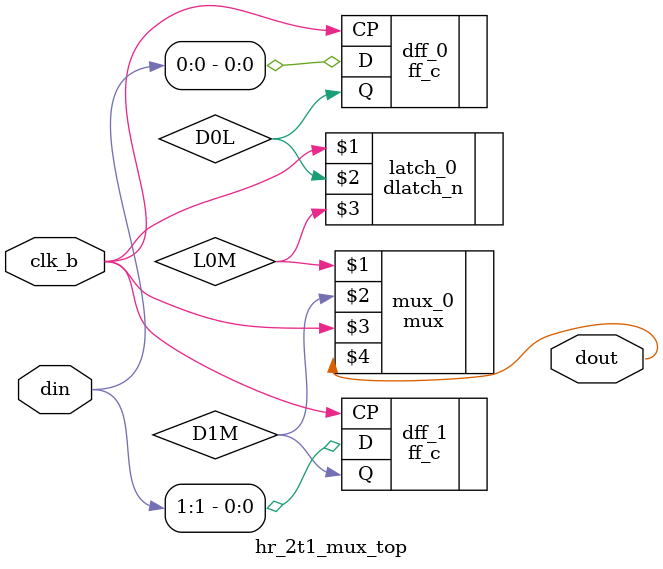
<source format=sv>

`timescale 100ps/1ps   //  Unit_time / Time precision

`default_nettype none

module hr_2t1_mux_top (
    input wire logic clk_b,     // Half rate clock input
    input wire logic [1:0] din,  // Two-bit input data
    output wire logic dout
);

// wire [1:0] din;
wire D0L; // din[0] wire connection from DFF to D-Latch
wire D1M; // din[1] wire connection from DFF to MUX
wire L0M; // din[0] wire connection from D-Latch to MUX

//Instantiate the DFF, latch and MUX
ff_c dff_0 (.D(din[0]), .CP(clk_b), .Q(D0L)); // DFF on din[0] path
ff_c dff_1 (.D(din[1]), .CP(clk_b), .Q(D1M)); // DFF on din[0] path
dlatch_n latch_0 (clk_b, D0L, L0M); // D-Latch after din[0] 
mux mux_0 (L0M, D1M, clk_b, dout);

endmodule

`default_nettype wire

</source>
